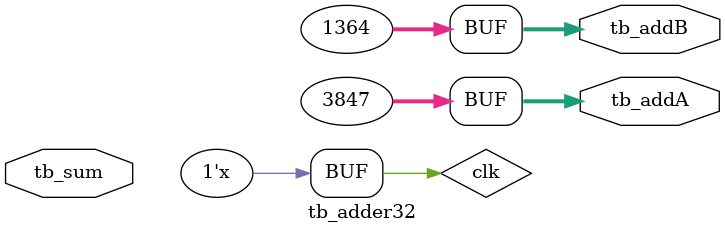
<source format=v>
module tb_adder32(

	output reg [31:0]tb_addA,
	output reg [31:0]tb_addB,
	input [31:0] tb_sum
);

	reg clk = 0;

	adder32 instancias(
	
		.AddA(tb_addA),
		.AddB(tb_addB),
		.clk(clk),
		.SumOut(tb_sum)
	);	

	initial begin

		tb_addA = 3847;
		tb_addB = 1364;

		$display("RESULTADO DO PERSON\n");
		$monitor("%d\n", tb_sum);
	end

	always #5 clk = ~clk;

endmodule 
</source>
